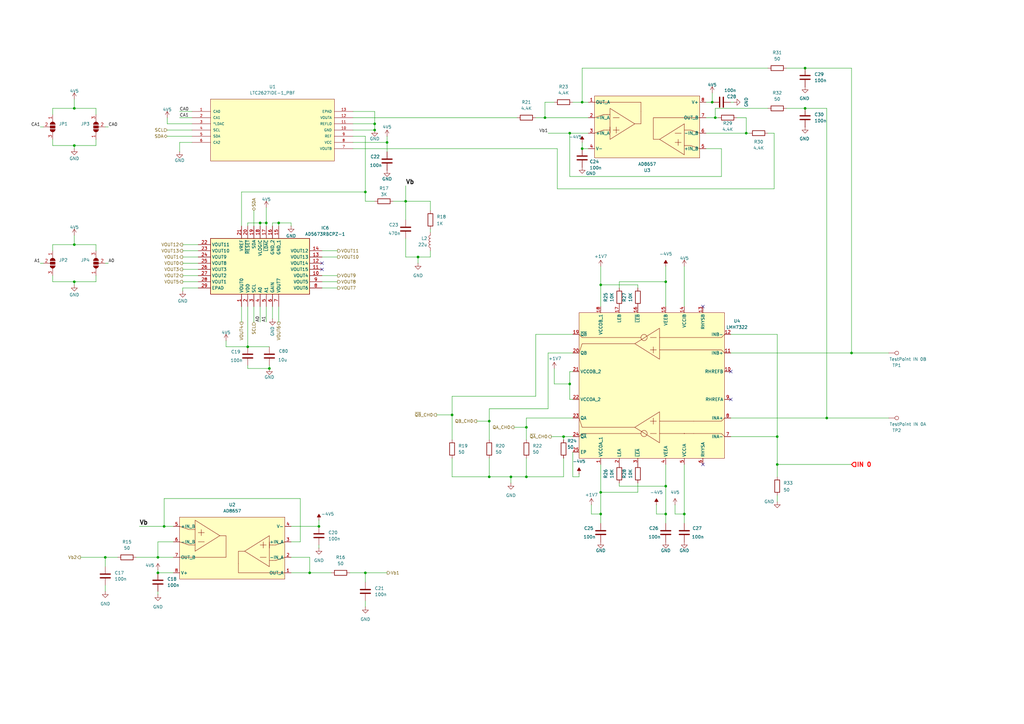
<source format=kicad_sch>
(kicad_sch (version 20231120) (generator "eeschema") (generator_version "8.0")
  (paper "A3")
  (lib_symbols
    (symbol "Connector:TestPoint" (pin_numbers hide) (pin_names (offset 0.762) hide)
      (property "Reference" "TP" (at 0 6.858 0))
      (property "Value" "TestPoint" (at 0 5.08 0))
      (symbol "TestPoint_1_1"
        (pin passive line (at 0 0 90) (length 2.54) (name "1") (number "1"))
      )
    )
    (symbol "Device:C" (pin_numbers hide) (pin_names (offset 0.254))
      (property "Reference" "C" (at 0.635 2.54 0))
      (property "Value" "C" (at 0.635 -2.54 0))
      (symbol "C_1_1"
        (pin passive line (at 0 3.81 270) (length 2.794) (name "~") (number "1"))
        (pin passive line (at 0 -3.81 90) (length 2.794) (name "~") (number "2"))
      )
    )
    (symbol "Device:L" (pin_numbers hide) (pin_names (offset 1.016) hide)
      (property "Reference" "L" (at -1.27 0 90))
      (property "Value" "L" (at 1.905 0 90))
      (symbol "L_1_1"
        (pin passive line (at 0 3.81 270) (length 1.27) (name "1") (number "1"))
        (pin passive line (at 0 -3.81 90) (length 1.27) (name "2") (number "2"))
      )
    )
    (symbol "Device:R" (pin_numbers hide) (pin_names (offset 0))
      (property "Reference" "R" (at 2.032 0 90))
      (property "Value" "R" (at 0 0 90))
      (symbol "R_1_1"
        (pin passive line (at 0 3.81 270) (length 1.27) (name "~") (number "1"))
        (pin passive line (at 0 -3.81 90) (length 1.27) (name "~") (number "2"))
      )
    )
    (symbol "Jumper:SolderJumper_3_Open" (pin_names (offset 0) hide) (exclude_from_sim yes) (in_bom no)
      (property "Reference" "JP" (at -2.54 -2.54 0))
      (property "Value" "SolderJumper_3_Open" (at 0 2.794 0))
      (symbol "SolderJumper_3_Open_1_1"
        (pin passive line (at -5.08 0 0) (length 2.54) (name "A") (number "1"))
        (pin passive line (at 0 -3.81 90) (length 2.54) (name "C") (number "2"))
        (pin passive line (at 5.08 0 180) (length 2.54) (name "B") (number "3"))
      )
    )
    (symbol "LTC2627IDE-1_PBF:LTC2627IDE-1_PBF" (pin_names (offset 1.016))
      (property "Reference" "U" (at 28.2956 9.1186 0))
      (property "Value" "LTC2627IDE-1_PBF" (at 27.6606 6.5786 0))
      (symbol "LTC2627IDE-1_PBF_0_0"
        (pin passive line (at 0 0 0) (length 7.62) (name "CA0") (number "1"))
        (pin power_in line (at 66.04 -7.62 180) (length 7.62) (name "GND") (number "10"))
        (pin passive line (at 66.04 -5.08 180) (length 7.62) (name "REFLO") (number "11"))
        (pin output line (at 66.04 -2.54 180) (length 7.62) (name "VOUTA") (number "12"))
        (pin passive line (at 66.04 0 180) (length 7.62) (name "EPAD") (number "13"))
        (pin passive line (at 0 -2.54 0) (length 7.62) (name "CA1") (number "2"))
        (pin input line (at 0 -5.08 0) (length 7.62) (name "*LDAC") (number "3"))
        (pin input line (at 0 -7.62 0) (length 7.62) (name "SCL") (number "4"))
        (pin bidirectional line (at 0 -10.16 0) (length 7.62) (name "SDA") (number "5"))
        (pin passive line (at 0 -12.7 0) (length 7.62) (name "CA2") (number "6"))
        (pin output line (at 66.04 -15.24 180) (length 7.62) (name "VOUTB") (number "7"))
        (pin power_in line (at 66.04 -12.7 180) (length 7.62) (name "VCC") (number "8"))
        (pin input line (at 66.04 -10.16 180) (length 7.62) (name "REF") (number "9"))
      )
    )
    (symbol "SamacSys_Parts:AD5673RBCPZ-1"
      (property "Reference" "IC" (at 29.21 17.78 0))
      (property "Value" "AD5673RBCPZ-1" (at 29.21 15.24 0))
      (symbol "AD5673RBCPZ-1_1_1"
        (pin output line (at 0 0 0) (length 5.08) (name "VOUT0") (number "1"))
        (pin output line (at 12.7 -33.02 90) (length 5.08) (name "VOUT4") (number "10"))
        (pin output line (at 15.24 -33.02 90) (length 5.08) (name "VOUT15") (number "11"))
        (pin output line (at 17.78 -33.02 90) (length 5.08) (name "VOUT14") (number "12"))
        (pin output line (at 20.32 -33.02 90) (length 5.08) (name "VOUT13") (number "13"))
        (pin passive line (at 22.86 -33.02 90) (length 5.08) (name "VOUT12") (number "14"))
        (pin power_in line (at 33.02 -15.24 180) (length 5.08) (name "GND_1") (number "15"))
        (pin power_in line (at 33.02 -12.7 180) (length 5.08) (name "GND_2") (number "16"))
        (pin input line (at 33.02 -10.16 180) (length 5.08) (name "~{LDAC}") (number "17"))
        (pin power_in line (at 33.02 -7.62 180) (length 5.08) (name "VLOGIC") (number "18"))
        (pin input line (at 33.02 -5.08 180) (length 5.08) (name "SDA") (number "19"))
        (pin power_in line (at 0 -2.54 0) (length 5.08) (name "VDD") (number "2"))
        (pin input line (at 33.02 -2.54 180) (length 5.08) (name "~{RESET}") (number "20"))
        (pin output line (at 33.02 0 180) (length 5.08) (name "VREF") (number "21"))
        (pin output line (at 25.4 17.78 270) (length 5.08) (name "VOUT11") (number "22"))
        (pin output line (at 22.86 17.78 270) (length 5.08) (name "VOUT10") (number "23"))
        (pin output line (at 20.32 17.78 270) (length 5.08) (name "VOUT9") (number "24"))
        (pin output line (at 17.78 17.78 270) (length 5.08) (name "VOUT8") (number "25"))
        (pin output line (at 15.24 17.78 270) (length 5.08) (name "VOUT3") (number "26"))
        (pin output line (at 12.7 17.78 270) (length 5.08) (name "VOUT2") (number "27"))
        (pin output line (at 10.16 17.78 270) (length 5.08) (name "VOUT1") (number "28"))
        (pin passive line (at 7.62 17.78 270) (length 5.08) (name "EPAD") (number "29"))
        (pin input line (at 0 -5.08 0) (length 5.08) (name "SCL") (number "3"))
        (pin input line (at 0 -7.62 0) (length 5.08) (name "A0") (number "4"))
        (pin input line (at 0 -10.16 0) (length 5.08) (name "A1") (number "5"))
        (pin input line (at 0 -12.7 0) (length 5.08) (name "GAIN") (number "6"))
        (pin output line (at 0 -15.24 0) (length 5.08) (name "VOUT7") (number "7"))
        (pin output line (at 7.62 -33.02 90) (length 5.08) (name "VOUT6") (number "8"))
        (pin output line (at 10.16 -33.02 90) (length 5.08) (name "VOUT5") (number "9"))
      )
    )
    (symbol "SolderJumper_3_Open_3" (pin_names (offset 0) hide) (exclude_from_sim yes) (in_bom no)
      (property "Reference" "JP" (at -2.54 -2.54 0))
      (property "Value" "SolderJumper_3_Open" (at 0 2.794 0))
      (symbol "SolderJumper_3_Open_3_1_1"
        (pin passive line (at -5.08 0 0) (length 2.54) (name "A") (number "1"))
        (pin passive line (at 0 -3.81 90) (length 2.54) (name "C") (number "2"))
        (pin passive line (at 5.08 0 180) (length 2.54) (name "B") (number "3"))
      )
    )
    (symbol "power:+1V2" (power) (pin_numbers hide) (pin_names (offset 0) hide)
      (property "Value" "+1V2" (at 0 3.556 0))
      (symbol "+1V2_1_1"
        (pin power_in line (at 0 0 90) (length 0) (name "~") (number "1"))
      )
    )
    (symbol "power:+8V" (power) (pin_numbers hide) (pin_names (offset 0) hide)
      (property "Value" "+8V" (at 0 3.556 0))
      (symbol "+8V_1_1"
        (pin power_in line (at 0 0 90) (length 0) (name "~") (number "1"))
      )
    )
    (symbol "power:-8V" (power) (pin_numbers hide) (pin_names (offset 0) hide)
      (property "Value" "-8V" (at 0 3.556 0))
      (symbol "-8V_0_0"
        (pin power_in line (at 0 0 90) (length 0) (name "~") (number "1"))
      )
    )
    (symbol "power:GND" (power) (pin_numbers hide) (pin_names (offset 0) hide)
      (property "Value" "GND" (at 0 -3.81 0))
      (symbol "GND_1_1"
        (pin power_in line (at 0 0 270) (length 0) (name "~") (number "1"))
      )
    )
    (symbol "prova:AD8657"
      (property "Reference" "U" (at 9.906 3.556 0))
      (property "Value" "AD8657" (at 10.16 5.842 0))
      (symbol "AD8657_1_1"
        (pin output line (at 3.81 30.48 0) (length 2.54) (name "OUT_A") (number "1"))
        (pin input line (at 3.81 24.13 0) (length 2.54) (name "-IN_A") (number "2"))
        (pin input line (at 3.81 17.78 0) (length 2.54) (name "+IN_A") (number "3"))
        (pin input line (at 3.81 11.43 0) (length 2.54) (name "V-") (number "4"))
        (pin input line (at 52.07 11.43 180) (length 2.54) (name "+IN_B") (number "5"))
        (pin input line (at 52.07 17.78 180) (length 2.54) (name "-IN_B") (number "6"))
        (pin input line (at 52.07 24.13 180) (length 2.54) (name "OUT_B") (number "7"))
        (pin input line (at 52.07 30.48 180) (length 2.54) (name "V+") (number "8"))
      )
    )
    (symbol "prova:LMH7322"
      (property "Reference" "U" (at 11.684 8.89 0))
      (property "Value" "LMH7322" (at 20.32 16.51 0))
      (symbol "LMH7322_1_1"
        (pin input line (at -21.59 29.21 0) (length 2.54) (name "VCCOA_1") (number "1"))
        (pin input line (at 16.51 -24.13 90) (length 2.54) (name "RHREFB") (number "10"))
        (pin input line (at 24.13 -24.13 90) (length 2.54) (name "INB+") (number "11"))
        (pin input line (at 31.75 -24.13 90) (length 2.54) (name "INB-") (number "12"))
        (pin input line (at 43.18 -12.7 180) (length 2.54) (name "RHYSB") (number "13"))
        (pin input line (at 43.18 -5.08 180) (length 2.54) (name "VCCIB") (number "14"))
        (pin input line (at 43.18 2.54 180) (length 2.54) (name "VEEB") (number "15"))
        (pin input line (at 43.18 13.97 180) (length 2.54) (name "~{LEB}") (number "16"))
        (pin input line (at 43.18 21.59 180) (length 2.54) (name "LEB") (number "17"))
        (pin input line (at 43.18 29.21 180) (length 2.54) (name "VCCOB_1") (number "18"))
        (pin output line (at 31.75 40.64 270) (length 2.54) (name "~{QB}") (number "19"))
        (pin input line (at -21.59 21.59 0) (length 2.54) (name "LEA") (number "2"))
        (pin output line (at 24.13 40.64 270) (length 2.54) (name "QB") (number "20"))
        (pin input line (at 16.51 40.64 270) (length 2.54) (name "VCCOB_2") (number "21"))
        (pin input line (at 5.08 40.64 270) (length 2.54) (name "VCCOA_2") (number "22"))
        (pin output line (at -2.54 40.64 270) (length 2.54) (name "QA") (number "23"))
        (pin output line (at -10.16 40.64 270) (length 2.54) (name "~{QA}") (number "24"))
        (pin passive line (at -16.51 40.64 270) (length 2.54) (name "EP") (number "25"))
        (pin input line (at -21.59 13.97 0) (length 2.54) (name "~{LEA}") (number "3"))
        (pin input line (at -21.59 2.54 0) (length 2.54) (name "VEEA") (number "4"))
        (pin input line (at -21.59 -5.08 0) (length 2.54) (name "VCCIA") (number "5"))
        (pin input line (at -21.59 -12.7 0) (length 2.54) (name "RHYSA") (number "6"))
        (pin input line (at -10.16 -24.13 90) (length 2.54) (name "INA-") (number "7"))
        (pin input line (at -2.54 -24.13 90) (length 2.54) (name "INA+") (number "8"))
        (pin input line (at 5.08 -24.13 90) (length 2.54) (name "RHREFA") (number "9"))
      )
    )
  )
  (junction (at 67.31 215.9))
  (junction (at 215.9 175.26))
  (junction (at 30.48 44.45))
  (junction (at 349.25 144.78))
  (junction (at 110.49 151.13))
  (junction (at 330.2 27.94))
  (junction (at 233.68 54.61))
  (junction (at 280.67 210.82))
  (junction (at 209.55 195.58))
  (junction (at 43.18 228.6))
  (junction (at 114.3 91.44))
  (junction (at 293.37 48.26))
  (junction (at 318.77 190.5))
  (junction (at 292.1 41.91))
  (junction (at 215.9 195.58))
  (junction (at 166.37 82.55))
  (junction (at 233.68 157.48))
  (junction (at 101.6 142.24))
  (junction (at 273.05 199.39))
  (junction (at 246.38 201.93))
  (junction (at 127 234.95))
  (junction (at 223.52 48.26))
  (junction (at 185.42 170.18))
  (junction (at 238.76 60.96))
  (junction (at 339.09 171.45))
  (junction (at 130.81 215.9))
  (junction (at 246.38 116.84))
  (junction (at 200.66 172.72))
  (junction (at 106.68 91.44))
  (junction (at 30.48 115.57))
  (junction (at 330.2 44.45))
  (junction (at 153.67 50.8))
  (junction (at 30.48 100.33))
  (junction (at 64.77 228.6))
  (junction (at 149.86 234.95))
  (junction (at 64.77 234.95))
  (junction (at 246.38 210.82))
  (junction (at 149.86 78.74))
  (junction (at 153.67 53.34))
  (junction (at 273.05 115.57))
  (junction (at 273.05 210.82))
  (junction (at 109.22 91.44))
  (junction (at 231.14 179.07))
  (junction (at 238.76 41.91))
  (junction (at 30.48 59.69))
  (junction (at 171.45 105.41))
  (junction (at 306.07 54.61))
  (junction (at 158.75 58.42))
  (junction (at 318.77 179.07))
  (junction (at 200.66 195.58))
  (no_connect (at 132.08 110.49))
  (no_connect (at 132.08 107.95))
  (no_connect (at 299.72 152.4))
  (no_connect (at 299.72 163.83))
  (no_connect (at 288.29 190.5))
  (no_connect (at 288.29 125.73))
  (wire (pts (xy 280.67 190.5) (xy 280.67 210.82)))
  (wire (pts (xy 106.68 125.73) (xy 106.68 132.08)))
  (wire (pts (xy 30.48 44.45) (xy 39.37 44.45)))
  (wire (pts (xy 109.22 125.73) (xy 109.22 132.08)))
  (wire (pts (xy 73.66 48.26) (xy 78.74 48.26)))
  (wire (pts (xy 318.77 190.5) (xy 318.77 195.58)))
  (wire (pts (xy 273.05 210.82) (xy 273.05 214.63)))
  (wire (pts (xy 153.67 50.8) (xy 153.67 53.34)))
  (wire (pts (xy 238.76 58.42) (xy 238.76 60.96)))
  (wire (pts (xy 215.9 175.26) (xy 215.9 180.34)))
  (wire (pts (xy 322.58 27.94) (xy 330.2 27.94)))
  (wire (pts (xy 200.66 167.64) (xy 224.79 167.64)))
  (wire (pts (xy 318.77 137.16) (xy 299.72 137.16)))
  (wire (pts (xy 246.38 210.82) (xy 242.57 210.82)))
  (wire (pts (xy 158.75 55.88) (xy 158.75 58.42)))
  (wire (pts (xy 241.3 60.96) (xy 238.76 60.96)))
  (wire (pts (xy 101.6 151.13) (xy 110.49 151.13)))
  (wire (pts (xy 176.53 82.55) (xy 176.53 86.36)))
  (wire (pts (xy 101.6 91.44) (xy 106.68 91.44)))
  (wire (pts (xy 176.53 105.41) (xy 171.45 105.41)))
  (wire (pts (xy 153.67 45.72) (xy 153.67 50.8)))
  (wire (pts (xy 111.76 125.73) (xy 111.76 130.81)))
  (wire (pts (xy 289.56 54.61) (xy 306.07 54.61)))
  (wire (pts (xy 273.05 115.57) (xy 273.05 125.73)))
  (wire (pts (xy 123.19 204.47) (xy 67.31 204.47)))
  (wire (pts (xy 215.9 175.26) (xy 210.82 175.26)))
  (wire (pts (xy 149.86 55.88) (xy 149.86 78.74)))
  (wire (pts (xy 74.93 110.49) (xy 81.28 110.49)))
  (wire (pts (xy 273.05 199.39) (xy 273.05 210.82)))
  (wire (pts (xy 104.14 125.73) (xy 104.14 132.08)))
  (wire (pts (xy 228.6 60.96) (xy 228.6 77.47)))
  (wire (pts (xy 64.77 222.25) (xy 64.77 228.6)))
  (wire (pts (xy 254 115.57) (xy 254 118.11)))
  (wire (pts (xy 223.52 48.26) (xy 241.3 48.26)))
  (wire (pts (xy 246.38 116.84) (xy 246.38 125.73)))
  (wire (pts (xy 149.86 78.74) (xy 149.86 82.55)))
  (wire (pts (xy 44.45 52.07) (xy 43.18 52.07)))
  (wire (pts (xy 110.49 149.86) (xy 110.49 151.13)))
  (wire (pts (xy 149.86 234.95) (xy 149.86 238.76)))
  (wire (pts (xy 209.55 195.58) (xy 215.9 195.58)))
  (wire (pts (xy 179.07 170.18) (xy 185.42 170.18)))
  (wire (pts (xy 234.95 195.58) (xy 237.49 195.58)))
  (wire (pts (xy 299.72 179.07) (xy 318.77 179.07)))
  (wire (pts (xy 306.07 48.26) (xy 306.07 54.61)))
  (wire (pts (xy 21.59 44.45) (xy 30.48 44.45)))
  (wire (pts (xy 149.86 55.88) (xy 144.78 55.88)))
  (wire (pts (xy 293.37 44.45) (xy 314.96 44.45)))
  (wire (pts (xy 227.33 157.48) (xy 233.68 157.48)))
  (wire (pts (xy 185.42 162.56) (xy 185.42 170.18)))
  (wire (pts (xy 318.77 203.2) (xy 318.77 205.74)))
  (wire (pts (xy 242.57 210.82) (xy 242.57 207.01)))
  (wire (pts (xy 68.58 50.8) (xy 78.74 50.8)))
  (wire (pts (xy 43.18 240.03) (xy 43.18 242.57)))
  (wire (pts (xy 74.93 113.03) (xy 81.28 113.03)))
  (wire (pts (xy 293.37 48.26) (xy 293.37 44.45)))
  (wire (pts (xy 246.38 109.22) (xy 246.38 116.84)))
  (wire (pts (xy 149.86 234.95) (xy 158.75 234.95)))
  (wire (pts (xy 144.78 58.42) (xy 158.75 58.42)))
  (wire (pts (xy 293.37 48.26) (xy 294.64 48.26)))
  (wire (pts (xy 101.6 142.24) (xy 110.49 142.24)))
  (wire (pts (xy 224.79 144.78) (xy 234.95 144.78)))
  (wire (pts (xy 127 228.6) (xy 127 234.95)))
  (wire (pts (xy 238.76 27.94) (xy 238.76 41.91)))
  (wire (pts (xy 114.3 132.08) (xy 114.3 125.73)))
  (wire (pts (xy 21.59 59.69) (xy 30.48 59.69)))
  (wire (pts (xy 74.93 118.11) (xy 74.93 119.38)))
  (wire (pts (xy 215.9 187.96) (xy 215.9 195.58)))
  (wire (pts (xy 295.91 72.39) (xy 233.68 72.39)))
  (wire (pts (xy 119.38 222.25) (xy 123.19 222.25)))
  (wire (pts (xy 273.05 109.22) (xy 273.05 115.57)))
  (wire (pts (xy 166.37 82.55) (xy 176.53 82.55)))
  (wire (pts (xy 349.25 144.78) (xy 299.72 144.78)))
  (wire (pts (xy 99.06 78.74) (xy 99.06 92.71)))
  (wire (pts (xy 209.55 195.58) (xy 209.55 198.12)))
  (wire (pts (xy 200.66 167.64) (xy 200.66 172.72)))
  (wire (pts (xy 21.59 44.45) (xy 21.59 46.99)))
  (wire (pts (xy 234.95 163.83) (xy 233.68 163.83)))
  (wire (pts (xy 130.81 223.52) (xy 130.81 224.79)))
  (wire (pts (xy 73.66 58.42) (xy 78.74 58.42)))
  (wire (pts (xy 280.67 109.22) (xy 280.67 125.73)))
  (wire (pts (xy 64.77 234.95) (xy 71.12 234.95)))
  (wire (pts (xy 234.95 185.42) (xy 234.95 195.58)))
  (wire (pts (xy 114.3 91.44) (xy 119.38 91.44)))
  (wire (pts (xy 39.37 113.03) (xy 39.37 115.57)))
  (wire (pts (xy 166.37 97.79) (xy 166.37 105.41)))
  (wire (pts (xy 39.37 46.99) (xy 39.37 44.45)))
  (wire (pts (xy 135.89 234.95) (xy 127 234.95)))
  (wire (pts (xy 21.59 100.33) (xy 30.48 100.33)))
  (wire (pts (xy 246.38 210.82) (xy 246.38 214.63)))
  (wire (pts (xy 233.68 157.48) (xy 233.68 152.4)))
  (wire (pts (xy 224.79 54.61) (xy 233.68 54.61)))
  (wire (pts (xy 101.6 142.24) (xy 92.71 142.24)))
  (wire (pts (xy 30.48 115.57) (xy 30.48 116.84)))
  (wire (pts (xy 16.51 52.07) (xy 17.78 52.07)))
  (wire (pts (xy 306.07 54.61) (xy 307.34 54.61)))
  (wire (pts (xy 71.12 222.25) (xy 64.77 222.25)))
  (wire (pts (xy 143.51 234.95) (xy 149.86 234.95)))
  (wire (pts (xy 185.42 187.96) (xy 185.42 195.58)))
  (wire (pts (xy 233.68 152.4) (xy 234.95 152.4)))
  (wire (pts (xy 67.31 204.47) (xy 67.31 215.9)))
  (wire (pts (xy 318.77 179.07) (xy 318.77 137.16)))
  (wire (pts (xy 339.09 44.45) (xy 339.09 171.45)))
  (wire (pts (xy 30.48 96.52) (xy 30.48 100.33)))
  (wire (pts (xy 215.9 195.58) (xy 231.14 195.58)))
  (wire (pts (xy 30.48 59.69) (xy 30.48 60.96)))
  (wire (pts (xy 171.45 105.41) (xy 171.45 107.95)))
  (wire (pts (xy 246.38 190.5) (xy 246.38 201.93)))
  (wire (pts (xy 64.77 242.57) (xy 64.77 243.84)))
  (wire (pts (xy 289.56 48.26) (xy 293.37 48.26)))
  (wire (pts (xy 99.06 132.08) (xy 99.06 125.73)))
  (wire (pts (xy 132.08 102.87) (xy 138.43 102.87)))
  (wire (pts (xy 185.42 162.56) (xy 219.71 162.56)))
  (wire (pts (xy 109.22 92.71) (xy 109.22 91.44)))
  (wire (pts (xy 130.81 213.36) (xy 130.81 215.9)))
  (wire (pts (xy 99.06 78.74) (xy 149.86 78.74)))
  (wire (pts (xy 322.58 44.45) (xy 330.2 44.45)))
  (wire (pts (xy 233.68 72.39) (xy 233.68 54.61)))
  (wire (pts (xy 119.38 92.71) (xy 119.38 91.44)))
  (wire (pts (xy 132.08 115.57) (xy 138.43 115.57)))
  (wire (pts (xy 30.48 100.33) (xy 39.37 100.33)))
  (wire (pts (xy 158.75 58.42) (xy 158.75 62.23)))
  (wire (pts (xy 33.02 228.6) (xy 43.18 228.6)))
  (wire (pts (xy 289.56 60.96) (xy 295.91 60.96)))
  (wire (pts (xy 111.76 91.44) (xy 111.76 92.71)))
  (wire (pts (xy 231.14 179.07) (xy 234.95 179.07)))
  (wire (pts (xy 43.18 228.6) (xy 48.26 228.6)))
  (wire (pts (xy 185.42 195.58) (xy 200.66 195.58)))
  (wire (pts (xy 273.05 190.5) (xy 273.05 199.39)))
  (wire (pts (xy 119.38 228.6) (xy 127 228.6)))
  (wire (pts (xy 119.38 215.9) (xy 130.81 215.9)))
  (wire (pts (xy 74.93 107.95) (xy 81.28 107.95)))
  (wire (pts (xy 92.71 139.7) (xy 92.71 142.24)))
  (wire (pts (xy 43.18 228.6) (xy 43.18 232.41)))
  (wire (pts (xy 149.86 246.38) (xy 149.86 248.92)))
  (wire (pts (xy 318.77 190.5) (xy 349.25 190.5)))
  (wire (pts (xy 68.58 53.34) (xy 78.74 53.34)))
  (wire (pts (xy 106.68 91.44) (xy 106.68 92.71)))
  (wire (pts (xy 119.38 234.95) (xy 127 234.95)))
  (wire (pts (xy 231.14 179.07) (xy 231.14 180.34)))
  (wire (pts (xy 234.95 41.91) (xy 238.76 41.91)))
  (wire (pts (xy 132.08 105.41) (xy 138.43 105.41)))
  (wire (pts (xy 339.09 44.45) (xy 330.2 44.45)))
  (wire (pts (xy 16.51 107.95) (xy 17.78 107.95)))
  (wire (pts (xy 317.5 77.47) (xy 317.5 54.61)))
  (wire (pts (xy 302.26 48.26) (xy 306.07 48.26)))
  (wire (pts (xy 339.09 171.45) (xy 364.49 171.45)))
  (wire (pts (xy 39.37 57.15) (xy 39.37 59.69)))
  (wire (pts (xy 132.08 113.03) (xy 138.43 113.03)))
  (wire (pts (xy 299.72 41.91) (xy 300.99 41.91)))
  (wire (pts (xy 101.6 151.13) (xy 101.6 149.86)))
  (wire (pts (xy 261.62 116.84) (xy 246.38 116.84)))
  (wire (pts (xy 237.49 194.31) (xy 237.49 195.58)))
  (wire (pts (xy 231.14 187.96) (xy 231.14 195.58)))
  (wire (pts (xy 234.95 171.45) (xy 215.9 171.45)))
  (wire (pts (xy 219.71 48.26) (xy 223.52 48.26)))
  (wire (pts (xy 68.58 48.26) (xy 68.58 50.8)))
  (wire (pts (xy 292.1 41.91) (xy 292.1 38.1)))
  (wire (pts (xy 55.88 228.6) (xy 64.77 228.6)))
  (wire (pts (xy 176.53 93.98) (xy 176.53 95.25)))
  (wire (pts (xy 30.48 59.69) (xy 39.37 59.69)))
  (wire (pts (xy 314.96 54.61) (xy 317.5 54.61)))
  (wire (pts (xy 185.42 170.18) (xy 185.42 180.34)))
  (wire (pts (xy 30.48 40.64) (xy 30.48 44.45)))
  (wire (pts (xy 200.66 187.96) (xy 200.66 195.58)))
  (wire (pts (xy 21.59 57.15) (xy 21.59 59.69)))
  (wire (pts (xy 295.91 60.96) (xy 295.91 72.39)))
  (wire (pts (xy 166.37 82.55) (xy 166.37 90.17)))
  (wire (pts (xy 200.66 172.72) (xy 200.66 180.34)))
  (wire (pts (xy 223.52 41.91) (xy 227.33 41.91)))
  (wire (pts (xy 219.71 162.56) (xy 219.71 137.16)))
  (wire (pts (xy 21.59 115.57) (xy 30.48 115.57)))
  (wire (pts (xy 261.62 201.93) (xy 246.38 201.93)))
  (wire (pts (xy 289.56 41.91) (xy 292.1 41.91)))
  (wire (pts (xy 68.58 55.88) (xy 78.74 55.88)))
  (wire (pts (xy 111.76 91.44) (xy 114.3 91.44)))
  (wire (pts (xy 269.24 207.01) (xy 269.24 210.82)))
  (wire (pts (xy 73.66 45.72) (xy 78.74 45.72)))
  (wire (pts (xy 166.37 76.2) (xy 166.37 82.55)))
  (wire (pts (xy 74.93 105.41) (xy 81.28 105.41)))
  (wire (pts (xy 149.86 82.55) (xy 153.67 82.55)))
  (wire (pts (xy 233.68 54.61) (xy 241.3 54.61)))
  (wire (pts (xy 246.38 201.93) (xy 246.38 210.82)))
  (wire (pts (xy 280.67 210.82) (xy 280.67 214.63)))
  (wire (pts (xy 200.66 195.58) (xy 209.55 195.58)))
  (wire (pts (xy 114.3 91.44) (xy 114.3 92.71)))
  (wire (pts (xy 123.19 222.25) (xy 123.19 204.47)))
  (wire (pts (xy 254 115.57) (xy 273.05 115.57)))
  (wire (pts (xy 74.93 118.11) (xy 81.28 118.11)))
  (wire (pts (xy 280.67 210.82) (xy 276.86 210.82)))
  (wire (pts (xy 254 199.39) (xy 273.05 199.39)))
  (wire (pts (xy 64.77 228.6) (xy 71.12 228.6)))
  (wire (pts (xy 67.31 215.9) (xy 71.12 215.9)))
  (wire (pts (xy 166.37 105.41) (xy 171.45 105.41)))
  (wire (pts (xy 349.25 144.78) (xy 364.49 144.78)))
  (wire (pts (xy 64.77 233.68) (xy 64.77 234.95)))
  (wire (pts (xy 227.33 151.13) (xy 227.33 157.48)))
  (wire (pts (xy 339.09 171.45) (xy 299.72 171.45)))
  (wire (pts (xy 144.78 50.8) (xy 153.67 50.8)))
  (wire (pts (xy 57.15 215.9) (xy 67.31 215.9)))
  (wire (pts (xy 233.68 163.83) (xy 233.68 157.48)))
  (wire (pts (xy 104.14 86.36) (xy 104.14 92.71)))
  (wire (pts (xy 219.71 137.16) (xy 234.95 137.16)))
  (wire (pts (xy 273.05 210.82) (xy 269.24 210.82)))
  (wire (pts (xy 74.93 115.57) (xy 81.28 115.57)))
  (wire (pts (xy 73.66 58.42) (xy 73.66 62.23)))
  (wire (pts (xy 261.62 198.12) (xy 261.62 201.93)))
  (wire (pts (xy 144.78 48.26) (xy 212.09 48.26)))
  (wire (pts (xy 254 198.12) (xy 254 199.39)))
  (wire (pts (xy 176.53 102.87) (xy 176.53 105.41)))
  (wire (pts (xy 101.6 91.44) (xy 101.6 92.71)))
  (wire (pts (xy 318.77 179.07) (xy 318.77 190.5)))
  (wire (pts (xy 195.58 172.72) (xy 200.66 172.72)))
  (wire (pts (xy 161.29 82.55) (xy 166.37 82.55)))
  (wire (pts (xy 144.78 60.96) (xy 228.6 60.96)))
  (wire (pts (xy 223.52 48.26) (xy 223.52 41.91)))
  (wire (pts (xy 349.25 27.94) (xy 349.25 144.78)))
  (wire (pts (xy 39.37 102.87) (xy 39.37 100.33)))
  (wire (pts (xy 215.9 171.45) (xy 215.9 175.26)))
  (wire (pts (xy 132.08 118.11) (xy 138.43 118.11)))
  (wire (pts (xy 238.76 41.91) (xy 241.3 41.91)))
  (wire (pts (xy 21.59 113.03) (xy 21.59 115.57)))
  (wire (pts (xy 144.78 45.72) (xy 153.67 45.72)))
  (wire (pts (xy 238.76 27.94) (xy 314.96 27.94)))
  (wire (pts (xy 106.68 91.44) (xy 109.22 91.44)))
  (wire (pts (xy 30.48 115.57) (xy 39.37 115.57)))
  (wire (pts (xy 109.22 85.09) (xy 109.22 91.44)))
  (wire (pts (xy 44.45 107.95) (xy 43.18 107.95)))
  (wire (pts (xy 261.62 118.11) (xy 261.62 116.84)))
  (wire (pts (xy 144.78 53.34) (xy 153.67 53.34)))
  (wire (pts (xy 226.06 179.07) (xy 231.14 179.07)))
  (wire (pts (xy 101.6 125.73) (xy 101.6 142.24)))
  (wire (pts (xy 74.93 102.87) (xy 81.28 102.87)))
  (wire (pts (xy 228.6 77.47) (xy 317.5 77.47)))
  (wire (pts (xy 74.93 100.33) (xy 81.28 100.33)))
  (wire (pts (xy 276.86 207.01) (xy 276.86 210.82)))
  (wire (pts (xy 224.79 167.64) (xy 224.79 144.78)))
  (wire (pts (xy 349.25 27.94) (xy 330.2 27.94)))
  (wire (pts (xy 21.59 100.33) (xy 21.59 102.87)))
  (label "A1" (at 109.22 132.08 90))
  (label "CA0" (at 44.45 52.07 0))
  (label "CA0" (at 73.66 45.72 0))
  (label "A0" (at 106.68 132.08 90))
  (label "CA1" (at 16.51 52.07 180))
  (label "A1" (at 16.51 107.95 180))
  (label "Vb1" (at 224.79 54.61 180))
  (label "CA1" (at 73.66 48.26 0))
  (label "Vb" (at 166.37 76.2 0) (effects (font (size 1.778 1.778) (thickness 0.3556) (bold yes))))
  (label "A0" (at 44.45 107.95 0))
  (label "Vb" (at 57.15 215.9 0) (effects (font (size 1.778 1.778) (thickness 0.3556) (bold yes))))
  (hierarchical_label "VOUT11" (shape output) (at 138.43 102.87 0))
  (hierarchical_label "Vb2" (shape output) (at 33.02 228.6 180))
  (hierarchical_label "VOUT5" (shape output) (at 74.93 115.57 180))
  (hierarchical_label "IN 0" (shape input) (at 349.25 190.5 0) (effects (font (size 1.778 1.778) (thickness 0.3556) (bold yes))))
  (hierarchical_label "~{QA}_CH0" (shape output) (at 226.06 179.07 180))
  (hierarchical_label "VOUT6" (shape output) (at 114.3 132.08 270))
  (hierarchical_label "SCL" (shape input) (at 104.14 132.08 270) (effects (font (thickness 0.1588))))
  (hierarchical_label "VOUT12" (shape output) (at 74.93 100.33 180))
  (hierarchical_label "Vb1" (shape output) (at 158.75 234.95 0))
  (hierarchical_label "SCL" (shape input) (at 68.58 53.34 180))
  (hierarchical_label "VOUT9" (shape output) (at 138.43 113.03 0))
  (hierarchical_label "VOUT4" (shape output) (at 99.06 132.08 270))
  (hierarchical_label "VOUT8" (shape output) (at 138.43 115.57 0))
  (hierarchical_label "VOUT13" (shape output) (at 74.93 102.87 180))
  (hierarchical_label "VOUT0" (shape output) (at 74.93 107.95 180))
  (hierarchical_label "VOUT7" (shape output) (at 138.43 118.11 0))
  (hierarchical_label "QB_CH0" (shape output) (at 195.58 172.72 180))
  (hierarchical_label "SDA" (shape bidirectional) (at 68.58 55.88 180))
  (hierarchical_label "VOUT3" (shape output) (at 74.93 110.49 180))
  (hierarchical_label "VOUT1" (shape output) (at 74.93 105.41 180))
  (hierarchical_label "SDA" (shape bidirectional) (at 104.14 86.36 90) (effects (font (thickness 0.1588))))
  (hierarchical_label "VOUT2" (shape output) (at 74.93 113.03 180))
  (hierarchical_label "~{QB}_CH0" (shape output) (at 179.07 170.18 180))
  (hierarchical_label "VOUT10" (shape output) (at 138.43 105.41 0))
  (hierarchical_label "QA_CH0" (shape output) (at 210.82 175.26 180))
  (symbol (lib_id "power:+8V") (at 292.1 38.1 0) (unit 1)
    (property "Reference" "#PWR062" (effects (hide yes)))
    (property "Value" "4V5" (at 292.1 34.798 0))
    (property "Description" "Power symbol creates a global label with name \"+8V\"" (effects (hide yes)))
  )
  (symbol (lib_id "Device:R") (at 254 194.31 180) (unit 1)
    (property "Reference" "R26" (at 248.412 194.31 90))
    (property "Value" "10K" (at 250.952 194.31 90))
    (property "Footprint" "Resistor_SMD:R_0603_1608Metric_Pad0.98x0.95mm_HandSolder" (effects (hide yes)))
    (property "Description" "Resistor" (effects (hide yes)))
  )
  (symbol (lib_id "power:+8V") (at 30.48 96.52 0) (unit 1)
    (property "Reference" "#PWR029" (effects (hide yes)))
    (property "Value" "4V5" (at 30.48 93.218 0))
    (property "Description" "Power symbol creates a global label with name \"+8V\"" (effects (hide yes)))
  )
  (symbol (lib_id "Device:R") (at 157.48 82.55 90) (unit 1)
    (property "Reference" "R17" (at 157.48 77.216 90))
    (property "Value" "3K" (at 157.48 79.756 90))
    (property "Footprint" "Resistor_SMD:R_0603_1608Metric_Pad0.98x0.95mm_HandSolder" (effects (hide yes)))
    (property "Description" "Resistor" (effects (hide yes)))
  )
  (symbol (lib_id "power:GND") (at 30.48 60.96 0) (unit 1)
    (property "Reference" "#PWR028" (effects (hide yes)))
    (property "Value" "GND" (at 30.48 65.024 0))
    (property "Description" "Power symbol creates a global label with name \"GND\" , ground" (effects (hide yes)))
  )
  (symbol (lib_id "Device:R") (at 318.77 199.39 180) (unit 1)
    (property "Reference" "R33" (at 321.31 198.1199 0) (effects (justify right)))
    (property "Value" "50" (at 321.31 200.914 0) (effects (justify right)))
    (property "Footprint" "Resistor_SMD:R_0603_1608Metric_Pad0.98x0.95mm_HandSolder" (effects (hide yes)))
    (property "Description" "Resistor" (effects (hide yes)))
  )
  (symbol (lib_id "power:GND") (at 73.66 62.23 0) (unit 1)
    (property "Reference" "#PWR035" (effects (hide yes)))
    (property "Value" "GND" (at 73.66 65.786 0))
    (property "Description" "Power symbol creates a global label with name \"GND\" , ground" (effects (hide yes)))
  )
  (symbol (lib_id "power:GND") (at 64.77 243.84 0) (unit 1)
    (property "Reference" "#PWR033" (effects (hide yes)))
    (property "Value" "GND" (at 64.77 248.92 0))
    (property "Description" "Power symbol creates a global label with name \"GND\" , ground" (effects (hide yes)))
  )
  (symbol (lib_id "Device:C") (at 330.2 48.26 0) (unit 1)
    (property "Reference" "C30" (at 334.01 46.9899 0) (effects (justify left)))
    (property "Value" "100n" (at 334.01 49.5299 0) (effects (justify left)))
    (property "Footprint" "Capacitor_SMD:C_0603_1608Metric_Pad1.08x0.95mm_HandSolder" (effects (hide yes)))
    (property "Description" "Unpolarized capacitor" (effects (hide yes)))
  )
  (symbol (lib_id "Jumper:SolderJumper_3_Open") (at 21.59 107.95 270) (unit 1) (exclude_from_sim yes) (in_bom no)
    (property "Reference" "JP2" (at 24.13 106.6799 90) (effects (justify left)))
    (property "Value" "SolderJumper_3_Open" (effects (hide yes)))
    (property "Footprint" "Jumper:SolderJumper-3_P1.3mm_Open_RoundedPad1.0x1.5mm_NumberLabels" (effects (hide yes)))
    (property "Description" "Solder Jumper, 3-pole, open" (effects (hide yes)))
  )
  (symbol (lib_id "power:GND") (at 300.99 41.91 90) (unit 1)
    (property "Reference" "#PWR063" (effects (hide yes)))
    (property "Value" "GND" (at 306.07 41.91 0))
    (property "Description" "Power symbol creates a global label with name \"GND\" , ground" (effects (hide yes)))
  )
  (symbol (lib_id "power:+8V") (at 68.58 48.26 0) (unit 1)
    (property "Reference" "#PWR034" (effects (hide yes)))
    (property "Value" "4V5" (at 68.58 44.958 0))
    (property "Description" "Power symbol creates a global label with name \"+8V\"" (effects (hide yes)))
  )
  (symbol (lib_id "power:GND") (at 171.45 107.95 0) (unit 1)
    (property "Reference" "#PWR048" (effects (hide yes)))
    (property "Value" "GND" (at 171.45 113.03 0))
    (property "Description" "Power symbol creates a global label with name \"GND\" , ground" (effects (hide yes)))
  )
  (symbol (lib_id "power:GND") (at 74.93 119.38 0) (unit 1)
    (property "Reference" "#PWR036" (effects (hide yes)))
    (property "Value" "GND" (at 74.93 123.444 0))
    (property "Description" "Power symbol creates a global label with name \"GND\" , ground" (effects (hide yes)))
  )
  (symbol (lib_id "power:-8V") (at 269.24 207.01 0) (unit 1)
    (property "Reference" "#PWR056" (effects (hide yes)))
    (property "Value" "-4V5" (at 269.24 201.93 0))
    (property "Description" "Power symbol creates a global label with name \"-8V\"" (effects (hide yes)))
  )
  (symbol (lib_id "power:+1V2") (at 246.38 109.22 0) (unit 1)
    (property "Reference" "#PWR054" (effects (hide yes)))
    (property "Value" "+1V7" (at 246.38 105.156 0))
    (property "Description" "Power symbol creates a global label with name \"+1V2\"" (effects (hide yes)))
  )
  (symbol (lib_id "Device:R") (at 311.15 54.61 90) (unit 1)
    (property "Reference" "R30" (at 311.15 58.166 90))
    (property "Value" "4.4K" (at 311.15 60.706 90))
    (property "Footprint" "Resistor_SMD:R_0603_1608Metric_Pad0.98x0.95mm_HandSolder" (effects (hide yes)))
    (property "Description" "Resistor" (effects (hide yes)))
  )
  (symbol (lib_id "power:GND") (at 330.2 35.56 0) (unit 1)
    (property "Reference" "#PWR065" (effects (hide yes)))
    (property "Value" "GND" (at 329.946 40.386 0))
    (property "Description" "Power symbol creates a global label with name \"GND\" , ground" (effects (hide yes)))
  )
  (symbol (lib_id "power:GND") (at 130.81 224.79 0) (unit 1)
    (property "Reference" "#PWR043" (effects (hide yes)))
    (property "Value" "GND" (at 130.81 229.87 0))
    (property "Description" "Power symbol creates a global label with name \"GND\" , ground" (effects (hide yes)))
  )
  (symbol (lib_id "Device:R") (at 261.62 121.92 180) (unit 1)
    (property "Reference" "R27" (at 256.032 121.92 90))
    (property "Value" "10K" (at 258.572 121.92 90))
    (property "Footprint" "Resistor_SMD:R_0603_1608Metric_Pad0.98x0.95mm_HandSolder" (effects (hide yes)))
    (property "Description" "Resistor" (effects (hide yes)))
  )
  (symbol (lib_id "Device:R") (at 52.07 228.6 90) (unit 1)
    (property "Reference" "R15" (at 52.07 222.25 90))
    (property "Value" "50" (at 52.07 224.79 90))
    (property "Footprint" "Resistor_SMD:R_0603_1608Metric_Pad0.98x0.95mm_HandSolder" (effects (hide yes)))
    (property "Description" "Resistor" (effects (hide yes)))
  )
  (symbol (lib_id "Device:C") (at 166.37 93.98 0) (unit 1)
    (property "Reference" "C23" (at 159.512 92.202 0) (effects (justify left)))
    (property "Value" "470n" (at 159.258 95.758 0) (effects (justify left)))
    (property "Footprint" "Capacitor_SMD:C_0603_1608Metric_Pad1.08x0.95mm_HandSolder" (effects (hide yes)))
    (property "Description" "Unpolarized capacitor" (effects (hide yes)))
  )
  (symbol (lib_id "power:GND") (at 119.38 92.71 0) (unit 1)
    (property "Reference" "#PWR041" (effects (hide yes)))
    (property "Value" "GND" (at 119.38 96.774 0))
    (property "Description" "Power symbol creates a global label with name \"GND\" , ground" (effects (hide yes)))
  )
  (symbol (lib_id "power:GND") (at 110.49 151.13 0) (unit 1)
    (property "Reference" "#PWR038" (effects (hide yes)))
    (property "Value" "GND" (at 110.49 154.686 0))
    (property "Description" "Power symbol creates a global label with name \"GND\" , ground" (effects (hide yes)))
  )
  (symbol (lib_id "power:+8V") (at 30.48 40.64 0) (unit 1)
    (property "Reference" "#PWR027" (effects (hide yes)))
    (property "Value" "4V5" (at 30.48 37.338 0))
    (property "Description" "Power symbol creates a global label with name \"+8V\"" (effects (hide yes)))
  )
  (symbol (lib_id "power:+8V") (at 158.75 55.88 0) (unit 1)
    (property "Reference" "#PWR046" (effects (hide yes)))
    (property "Value" "4V5" (at 158.75 52.07 0))
    (property "Description" "Power symbol creates a global label with name \"+8V\"" (effects (hide yes)))
  )
  (symbol (lib_id "Device:C") (at 101.6 146.05 0) (unit 1)
    (property "Reference" "C19" (at 94.742 144.272 0) (effects (justify left)))
    (property "Value" "100n" (at 94.488 147.828 0) (effects (justify left)))
    (property "Footprint" "Capacitor_SMD:C_0603_1608Metric_Pad1.08x0.95mm_HandSolder" (effects (hide yes)))
    (property "Description" "Unpolarized capacitor" (effects (hide yes)))
  )
  (symbol (lib_id "Device:R") (at 318.77 44.45 90) (unit 1)
    (property "Reference" "R32" (at 318.77 38.1 90))
    (property "Value" "50" (at 318.77 40.64 90))
    (property "Footprint" "Resistor_SMD:R_0603_1608Metric_Pad0.98x0.95mm_HandSolder" (effects (hide yes)))
    (property "Description" "Resistor" (effects (hide yes)))
  )
  (symbol (lib_id "Device:R") (at 231.14 41.91 90) (unit 1)
    (property "Reference" "R23" (at 231.14 35.56 90))
    (property "Value" "4.4K" (at 231.14 38.1 90))
    (property "Footprint" "Resistor_SMD:R_0603_1608Metric_Pad0.98x0.95mm_HandSolder" (effects (hide yes)))
    (property "Description" "Resistor" (effects (hide yes)))
  )
  (symbol (lib_id "Device:R") (at 261.62 194.31 180) (unit 1)
    (property "Reference" "R28" (at 256.032 194.31 90))
    (property "Value" "10K" (at 258.572 194.31 90))
    (property "Footprint" "Resistor_SMD:R_0603_1608Metric_Pad0.98x0.95mm_HandSolder" (effects (hide yes)))
    (property "Description" "Resistor" (effects (hide yes)))
  )
  (symbol (lib_id "power:-8V") (at 238.76 58.42 0) (unit 1)
    (property "Reference" "#PWR051" (effects (hide yes)))
    (property "Value" "-4V5" (at 235.966 56.134 0))
    (property "Description" "Power symbol creates a global label with name \"-8V\"" (effects (hide yes)))
  )
  (symbol (lib_id "Device:C") (at 64.77 238.76 0) (unit 1)
    (property "Reference" "C18" (at 68.58 237.4899 0) (effects (justify left)))
    (property "Value" "100n" (at 68.58 240.0299 0) (effects (justify left)))
    (property "Footprint" "Capacitor_SMD:C_0603_1608Metric_Pad1.08x0.95mm_HandSolder" (effects (hide yes)))
    (property "Description" "Unpolarized capacitor" (effects (hide yes)))
  )
  (symbol (lib_id "prova:AD8657") (at 123.19 204.47 180) (unit 1)
    (property "Reference" "U2" (at 95.25 207.01 0))
    (property "Value" "AD8657" (at 95.25 209.55 0))
    (property "Footprint" "SamacSys_Parts:SOP65P490X110-8N" (effects (hide yes)))
  )
  (symbol (lib_id "power:-8V") (at 273.05 109.22 0) (unit 1)
    (property "Reference" "#PWR057" (effects (hide yes)))
    (property "Value" "-4V5" (at 273.05 104.14 0))
    (property "Description" "Power symbol creates a global label with name \"-8V\"" (effects (hide yes)))
  )
  (symbol (lib_name "SolderJumper_3_Open_3") (lib_id "Jumper:SolderJumper_3_Open") (at 39.37 52.07 90) (unit 1) (exclude_from_sim yes) (in_bom no)
    (property "Reference" "JP3" (at 36.83 50.7999 90) (effects (justify left)))
    (property "Value" "SolderJumper_3_Open" (effects (hide yes)))
    (property "Footprint" "Jumper:SolderJumper-3_P1.3mm_Open_RoundedPad1.0x1.5mm_NumberLabels" (effects (hide yes)))
    (property "Description" "Solder Jumper, 3-pole, open" (effects (hide yes)))
  )
  (symbol (lib_id "power:GND") (at 330.2 52.07 0) (unit 1)
    (property "Reference" "#PWR066" (effects (hide yes)))
    (property "Value" "GND" (at 329.946 56.896 0))
    (property "Description" "Power symbol creates a global label with name \"GND\" , ground" (effects (hide yes)))
  )
  (symbol (lib_id "Device:R") (at 185.42 184.15 0) (unit 1)
    (property "Reference" "R19" (at 187.96 182.8799 0) (effects (justify left)))
    (property "Value" "50" (at 187.96 185.4199 0) (effects (justify left)))
    (property "Footprint" "Resistor_SMD:R_0603_1608Metric_Pad0.98x0.95mm_HandSolder" (effects (hide yes)))
    (property "Description" "Resistor" (effects (hide yes)))
  )
  (symbol (lib_id "power:GND") (at 280.67 222.25 0) (unit 1)
    (property "Reference" "#PWR061" (effects (hide yes)))
    (property "Value" "GND" (at 280.67 225.806 0))
    (property "Description" "Power symbol creates a global label with name \"GND\" , ground" (effects (hide yes)))
  )
  (symbol (lib_id "power:-8V") (at 237.49 194.31 0) (unit 1)
    (property "Reference" "#PWR012" (effects (hide yes)))
    (property "Value" "-4V5" (at 237.49 189.23 0))
    (property "Description" "Power symbol creates a global label with name \"-8V\"" (effects (hide yes)))
  )
  (symbol (lib_id "Device:C") (at 295.91 41.91 90) (unit 1)
    (property "Reference" "C28" (at 302.006 39.624 90) (effects (justify left)))
    (property "Value" "100n" (at 302.006 37.084 90) (effects (justify left)))
    (property "Footprint" "Capacitor_SMD:C_0603_1608Metric_Pad1.08x0.95mm_HandSolder" (effects (hide yes)))
    (property "Description" "Unpolarized capacitor" (effects (hide yes)))
  )
  (symbol (lib_id "power:GND") (at 209.55 198.12 0) (unit 1)
    (property "Reference" "#PWR049" (effects (hide yes)))
    (property "Value" "GND" (at 209.55 203.2 0))
    (property "Description" "Power symbol creates a global label with name \"GND\" , ground" (effects (hide yes)))
  )
  (symbol (lib_name "SolderJumper_3_Open_3") (lib_id "Jumper:SolderJumper_3_Open") (at 39.37 107.95 90) (unit 1) (exclude_from_sim yes) (in_bom no)
    (property "Reference" "JP4" (at 36.83 106.6799 90) (effects (justify left)))
    (property "Value" "SolderJumper_3_Open" (effects (hide yes)))
    (property "Footprint" "Jumper:SolderJumper-3_P1.3mm_Open_RoundedPad1.0x1.5mm_NumberLabels" (effects (hide yes)))
    (property "Description" "Solder Jumper, 3-pole, open" (effects (hide yes)))
  )
  (symbol (lib_id "Device:C") (at 43.18 236.22 0) (unit 1)
    (property "Reference" "C17" (at 46.99 234.9499 0) (effects (justify left)))
    (property "Value" "100n" (at 46.99 237.4899 0) (effects (justify left)))
    (property "Footprint" "Capacitor_SMD:C_0603_1608Metric_Pad1.08x0.95mm_HandSolder" (effects (hide yes)))
    (property "Description" "Unpolarized capacitor" (effects (hide yes)))
  )
  (symbol (lib_id "Device:R") (at 215.9 48.26 90) (unit 1)
    (property "Reference" "R21" (at 215.9 41.91 90))
    (property "Value" "4.4K" (at 215.9 44.45 90))
    (property "Footprint" "Resistor_SMD:R_0603_1608Metric_Pad0.98x0.95mm_HandSolder" (effects (hide yes)))
    (property "Description" "Resistor" (effects (hide yes)))
  )
  (symbol (lib_id "Jumper:SolderJumper_3_Open") (at 21.59 52.07 270) (unit 1) (exclude_from_sim yes) (in_bom no)
    (property "Reference" "JP1" (at 24.13 50.7999 90) (effects (justify left)))
    (property "Value" "SolderJumper_3_Open" (effects (hide yes)))
    (property "Footprint" "Jumper:SolderJumper-3_P1.3mm_Open_RoundedPad1.0x1.5mm_NumberLabels" (effects (hide yes)))
    (property "Description" "Solder Jumper, 3-pole, open" (effects (hide yes)))
  )
  (symbol (lib_id "Device:R") (at 139.7 234.95 270) (unit 1)
    (property "Reference" "R16" (at 139.7 228.6 90))
    (property "Value" "50" (at 139.7 231.14 90))
    (property "Footprint" "Resistor_SMD:R_0603_1608Metric_Pad0.98x0.95mm_HandSolder" (effects (hide yes)))
    (property "Description" "Resistor" (effects (hide yes)))
  )
  (symbol (lib_id "Device:C") (at 330.2 31.75 0) (unit 1)
    (property "Reference" "C29" (at 334.01 30.4799 0) (effects (justify left)))
    (property "Value" "100n" (at 334.01 33.0199 0) (effects (justify left)))
    (property "Footprint" "Capacitor_SMD:C_0603_1608Metric_Pad1.08x0.95mm_HandSolder" (effects (hide yes)))
    (property "Description" "Unpolarized capacitor" (effects (hide yes)))
  )
  (symbol (lib_id "power:+8V") (at 280.67 109.22 0) (unit 1)
    (property "Reference" "#PWR060" (effects (hide yes)))
    (property "Value" "4V5" (at 280.67 105.918 0))
    (property "Description" "Power symbol creates a global label with name \"+8V\"" (effects (hide yes)))
  )
  (symbol (lib_id "Device:R") (at 215.9 184.15 0) (unit 1)
    (property "Reference" "R22" (at 218.44 182.8799 0) (effects (justify left)))
    (property "Value" "50" (at 218.44 185.4199 0) (effects (justify left)))
    (property "Footprint" "Resistor_SMD:R_0603_1608Metric_Pad0.98x0.95mm_HandSolder" (effects (hide yes)))
    (property "Description" "Resistor" (effects (hide yes)))
  )
  (symbol (lib_id "power:GND") (at 273.05 222.25 0) (unit 1)
    (property "Reference" "#PWR058" (effects (hide yes)))
    (property "Value" "GND" (at 273.05 225.806 0))
    (property "Description" "Power symbol creates a global label with name \"GND\" , ground" (effects (hide yes)))
  )
  (symbol (lib_id "power:GND") (at 30.48 116.84 0) (unit 1)
    (property "Reference" "#PWR030" (effects (hide yes)))
    (property "Value" "GND" (at 30.48 120.904 0))
    (property "Description" "Power symbol creates a global label with name \"GND\" , ground" (effects (hide yes)))
  )
  (symbol (lib_id "Device:R") (at 176.53 90.17 180) (unit 1)
    (property "Reference" "R18" (at 179.07 88.8999 0) (effects (justify right)))
    (property "Value" "1K" (at 179.07 91.694 0) (effects (justify right)))
    (property "Footprint" "Resistor_SMD:R_0603_1608Metric_Pad0.98x0.95mm_HandSolder" (effects (hide yes)))
    (property "Description" "Resistor" (effects (hide yes)))
  )
  (symbol (lib_id "Device:R") (at 254 121.92 180) (unit 1)
    (property "Reference" "R25" (at 248.412 121.92 90))
    (property "Value" "10K" (at 250.952 121.92 90))
    (property "Footprint" "Resistor_SMD:R_0603_1608Metric_Pad0.98x0.95mm_HandSolder" (effects (hide yes)))
    (property "Description" "Resistor" (effects (hide yes)))
  )
  (symbol (lib_id "Device:C") (at 273.05 218.44 0) (unit 1)
    (property "Reference" "C26" (at 266.192 216.662 0) (effects (justify left)))
    (property "Value" "100n" (at 265.938 220.218 0) (effects (justify left)))
    (property "Footprint" "Capacitor_SMD:C_0603_1608Metric_Pad1.08x0.95mm_HandSolder" (effects (hide yes)))
    (property "Description" "Unpolarized capacitor" (effects (hide yes)))
  )
  (symbol (lib_id "Device:R") (at 318.77 27.94 90) (unit 1)
    (property "Reference" "R31" (at 318.77 21.59 90))
    (property "Value" "50" (at 318.77 24.13 90))
    (property "Footprint" "Resistor_SMD:R_0603_1608Metric_Pad0.98x0.95mm_HandSolder" (effects (hide yes)))
    (property "Description" "Resistor" (effects (hide yes)))
  )
  (symbol (lib_id "LTC2627IDE-1_PBF:LTC2627IDE-1_PBF") (at 78.74 45.72 0) (unit 1)
    (property "Reference" "U1" (at 111.76 35.56 0))
    (property "Value" "LTC2627IDE-1_PBF" (at 111.76 38.1 0))
    (property "Footprint" "LTC2627:DFN-12_DE" (effects (hide yes)))
    (property "MF" "Analog Devices" (effects (hide yes)))
    (property "VENDOR" "Linear Technology" (effects (hide yes)))
    (property "Description_1" "\n                        \n                            12 Bit Digital to Analog Converter 2 12-DFN (4x3)\n                        \n" (effects (hide yes)))
    (property "Package" "DFN-12 Linear Technology" (effects (hide yes)))
    (property "Price" "None" (effects (hide yes)))
    (property "Check_prices" "https://www.snapeda.com/parts/LTC2627IDE-1%23PBF/Analog+Devices/view-part/?ref=eda" (effects (hide yes)))
    (property "SnapEDA_Link" "https://www.snapeda.com/parts/LTC2627IDE-1%23PBF/Analog+Devices/view-part/?ref=snap" (effects (hide yes)))
    (property "MP" "LTC2627IDE-1#PBF" (effects (hide yes)))
    (property "Availability" "In Stock" (effects (hide yes)))
    (property "MANUFACTURER_PART_NUMBER" "ltc2627ide1" (effects (hide yes)))
  )
  (symbol (lib_id "power:GND") (at 153.67 53.34 0) (unit 1)
    (property "Reference" "#PWR045" (effects (hide yes)))
    (property "Value" "GND" (at 153.67 56.896 0))
    (property "Description" "Power symbol creates a global label with name \"GND\" , ground" (effects (hide yes)))
  )
  (symbol (lib_id "Device:C") (at 158.75 66.04 0) (unit 1)
    (property "Reference" "C22" (at 151.892 64.262 0) (effects (justify left)))
    (property "Value" "100n" (at 151.638 67.818 0) (effects (justify left)))
    (property "Footprint" "Capacitor_SMD:C_0603_1608Metric_Pad1.08x0.95mm_HandSolder" (effects (hide yes)))
    (property "Description" "Unpolarized capacitor" (effects (hide yes)))
  )
  (symbol (lib_id "Device:L") (at 176.53 99.06 0) (mirror y) (unit 1)
    (property "Reference" "L2" (at 175.26 97.7899 0) (effects (justify left)))
    (property "Value" "22u" (at 175.26 100.3299 0) (effects (justify left)))
    (property "Footprint" "Inductor_SMD:L_0603_1608Metric_Pad1.05x0.95mm_HandSolder" (effects (hide yes)))
    (property "Description" "Inductor" (effects (hide yes)))
  )
  (symbol (lib_id "Device:C") (at 246.38 218.44 0) (unit 1)
    (property "Reference" "C25" (at 239.522 216.662 0) (effects (justify left)))
    (property "Value" "100n" (at 239.268 220.218 0) (effects (justify left)))
    (property "Footprint" "Capacitor_SMD:C_0603_1608Metric_Pad1.08x0.95mm_HandSolder" (effects (hide yes)))
    (property "Description" "Unpolarized capacitor" (effects (hide yes)))
  )
  (symbol (lib_id "prova:LMH7322") (at 275.59 168.91 90) (unit 1)
    (property "Reference" "U4" (at 302.26 131.6638 90))
    (property "Value" "LMH7322" (at 302.26 134.2038 90))
    (property "Footprint" "SamacSys_Parts:QFN50P400X400X80-25N" (effects (hide yes)))
  )
  (symbol (lib_id "power:GND") (at 238.76 68.58 0) (unit 1)
    (property "Reference" "#PWR052" (effects (hide yes)))
    (property "Value" "GND" (at 242.316 71.12 0))
    (property "Description" "Power symbol creates a global label with name \"GND\" , ground" (effects (hide yes)))
  )
  (symbol (lib_id "power:GND") (at 43.18 242.57 0) (unit 1)
    (property "Reference" "#PWR031" (effects (hide yes)))
    (property "Value" "GND" (at 43.18 247.65 0))
    (property "Description" "Power symbol creates a global label with name \"GND\" , ground" (effects (hide yes)))
  )
  (symbol (lib_id "power:+8V") (at 276.86 207.01 0) (unit 1)
    (property "Reference" "#PWR059" (effects (hide yes)))
    (property "Value" "4V5" (at 276.86 201.93 0))
    (property "Description" "Power symbol creates a global label with name \"+8V\"" (effects (hide yes)))
  )
  (symbol (lib_id "SamacSys_Parts:AD5673RBCPZ-1") (at 99.06 125.73 90) (unit 1)
    (property "Reference" "IC6" (at 133.35 93.472 90))
    (property "Value" "AD5673RBCPZ-1" (at 133.35 96.012 90))
    (property "Footprint" "SamacSys_Parts:QFN40P400X400X100-29N-D" (effects (hide yes)))
    (property "Datasheet" "https://www.analog.com/media/en/technical-documentation/data-sheets/ad5673r-5677r.pdf" (effects (hide yes)))
    (property "Description" "Digital to Analog Converters - DAC 16-Ch12-BITnanoDAC+with2ppm/Cref,I2C" (effects (hide yes)))
    (property "Height" "1" (effects (hide yes)))
    (property "Manufacturer_Name" "Analog Devices" (effects (hide yes)))
    (property "Manufacturer_Part_Number" "AD5673RBCPZ-1" (effects (hide yes)))
    (property "Mouser Part Number" "584-AD5673RBCPZ-1" (effects (hide yes)))
    (property "Mouser Price/Stock" "https://www.mouser.co.uk/ProductDetail/Analog-Devices/AD5673RBCPZ-1?qs=vmHwEFxEFR%2FZyEbhv6iXWg%3D%3D" (effects (hide yes)))
  )
  (symbol (lib_id "prova:AD8657") (at 237.49 72.39 0) (unit 1)
    (property "Reference" "U3" (at 265.43 69.85 0))
    (property "Value" "AD8657" (at 265.43 67.31 0))
    (property "Footprint" "SamacSys_Parts:SOP65P490X110-8N" (effects (hide yes)))
  )
  (symbol (lib_id "Device:R") (at 298.45 48.26 90) (unit 1)
    (property "Reference" "R29" (at 298.45 50.546 90))
    (property "Value" "4.4K" (at 298.45 53.086 90))
    (property "Footprint" "Resistor_SMD:R_0603_1608Metric_Pad0.98x0.95mm_HandSolder" (effects (hide yes)))
    (property "Description" "Resistor" (effects (hide yes)))
  )
  (symbol (lib_id "power:+1V2") (at 227.33 151.13 0) (unit 1)
    (property "Reference" "#PWR050" (effects (hide yes)))
    (property "Value" "+1V7" (at 227.584 147.066 0))
    (property "Description" "Power symbol creates a global label with name \"+1V2\"" (effects (hide yes)))
  )
  (symbol (lib_id "power:+8V") (at 64.77 233.68 0) (unit 1)
    (property "Reference" "#PWR032" (effects (hide yes)))
    (property "Value" "4V5" (at 61.468 231.902 0))
    (property "Description" "Power symbol creates a global label with name \"+8V\"" (effects (hide yes)))
  )
  (symbol (lib_id "Device:R") (at 231.14 184.15 0) (unit 1)
    (property "Reference" "R24" (at 232.664 180.848 0) (effects (justify left)))
    (property "Value" "50" (at 232.664 183.388 0) (effects (justify left)))
    (property "Footprint" "Resistor_SMD:R_0603_1608Metric_Pad0.98x0.95mm_HandSolder" (effects (hide yes)))
    (property "Description" "Resistor" (effects (hide yes)))
  )
  (symbol (lib_id "power:-8V") (at 130.81 213.36 0) (unit 1)
    (property "Reference" "#PWR042" (effects (hide yes)))
    (property "Value" "-4V5" (at 134.366 210.82 0))
    (property "Description" "Power symbol creates a global label with name \"-8V\"" (effects (hide yes)))
  )
  (symbol (lib_id "power:GND") (at 246.38 222.25 0) (unit 1)
    (property "Reference" "#PWR055" (effects (hide yes)))
    (property "Value" "GND" (at 246.38 225.806 0))
    (property "Description" "Power symbol creates a global label with name \"GND\" , ground" (effects (hide yes)))
  )
  (symbol (lib_id "power:+1V2") (at 242.57 207.01 0) (unit 1)
    (property "Reference" "#PWR053" (effects (hide yes)))
    (property "Value" "+1V7" (at 242.57 202.946 0))
    (property "Description" "Power symbol creates a global label with name \"+1V2\"" (effects (hide yes)))
  )
  (symbol (lib_id "power:+8V") (at 109.22 85.09 0) (unit 1)
    (property "Reference" "#PWR039" (effects (hide yes)))
    (property "Value" "4V5" (at 109.22 81.788 0))
    (property "Description" "Power symbol creates a global label with name \"+8V\"" (effects (hide yes)))
  )
  (symbol (lib_id "Connector:TestPoint") (at 364.49 171.45 270) (unit 1)
    (property "Reference" "TP2" (at 367.792 176.53 90))
    (property "Value" "TestPoint IN 0A" (at 372.364 173.99 90))
    (property "Footprint" "TestPoint:TestPoint_Pad_D1.0mm" (effects (hide yes)))
    (property "Description" "test point" (effects (hide yes)))
  )
  (symbol (lib_id "power:+8V") (at 92.71 139.7 0) (unit 1)
    (property "Reference" "#PWR037" (effects (hide yes)))
    (property "Value" "4V5" (at 92.71 136.398 0))
    (property "Description" "Power symbol creates a global label with name \"+8V\"" (effects (hide yes)))
  )
  (symbol (lib_id "Device:C") (at 149.86 242.57 0) (unit 1)
    (property "Reference" "C21" (at 153.67 241.2999 0) (effects (justify left)))
    (property "Value" "100n" (at 153.67 243.8399 0) (effects (justify left)))
    (property "Footprint" "Capacitor_SMD:C_0603_1608Metric_Pad1.08x0.95mm_HandSolder" (effects (hide yes)))
    (property "Description" "Unpolarized capacitor" (effects (hide yes)))
  )
  (symbol (lib_id "Device:C") (at 280.67 218.44 0) (unit 1)
    (property "Reference" "C27" (at 283.972 216.662 0) (effects (justify left)))
    (property "Value" "100n" (at 283.718 220.218 0) (effects (justify left)))
    (property "Footprint" "Capacitor_SMD:C_0603_1608Metric_Pad1.08x0.95mm_HandSolder" (effects (hide yes)))
    (property "Description" "Unpolarized capacitor" (effects (hide yes)))
  )
  (symbol (lib_id "Device:R") (at 200.66 184.15 0) (unit 1)
    (property "Reference" "R20" (at 203.2 182.8799 0) (effects (justify left)))
    (property "Value" "50" (at 203.2 185.4199 0) (effects (justify left)))
    (property "Footprint" "Resistor_SMD:R_0603_1608Metric_Pad0.98x0.95mm_HandSolder" (effects (hide yes)))
    (property "Description" "Resistor" (effects (hide yes)))
  )
  (symbol (lib_id "Device:C") (at 130.81 219.71 0) (unit 1)
    (property "Reference" "C20" (at 134.62 218.4399 0) (effects (justify left)))
    (property "Value" "100n" (at 134.62 220.9799 0) (effects (justify left)))
    (property "Footprint" "Capacitor_SMD:C_0603_1608Metric_Pad1.08x0.95mm_HandSolder" (effects (hide yes)))
    (property "Description" "Unpolarized capacitor" (effects (hide yes)))
  )
  (symbol (lib_id "Device:C") (at 110.49 146.05 0) (unit 1)
    (property "Reference" "C80" (at 114.3 144.018 0) (effects (justify left)))
    (property "Value" "10u" (at 114.046 147.574 0) (effects (justify left)))
    (property "Footprint" "Capacitor_SMD:C_0603_1608Metric_Pad1.08x0.95mm_HandSolder" (effects (hide yes)))
    (property "Description" "Unpolarized capacitor" (effects (hide yes)))
  )
  (symbol (lib_id "power:GND") (at 318.77 205.74 0) (unit 1)
    (property "Reference" "#PWR064" (effects (hide yes)))
    (property "Value" "GND" (at 315.468 205.74 0))
    (property "Description" "Power symbol creates a global label with name \"GND\" , ground" (effects (hide yes)))
  )
  (symbol (lib_id "power:GND") (at 158.75 69.85 0) (unit 1)
    (property "Reference" "#PWR047" (effects (hide yes)))
    (property "Value" "GND" (at 158.75 73.406 0))
    (property "Description" "Power symbol creates a global label with name \"GND\" , ground" (effects (hide yes)))
  )
  (symbol (lib_id "power:GND") (at 111.76 130.81 0) (unit 1)
    (property "Reference" "#PWR040" (effects (hide yes)))
    (property "Value" "GND" (at 111.76 135.89 90))
    (property "Description" "Power symbol creates a global label with name \"GND\" , ground" (effects (hide yes)))
  )
  (symbol (lib_id "power:GND") (at 149.86 248.92 0) (unit 1)
    (property "Reference" "#PWR044" (effects (hide yes)))
    (property "Value" "GND" (at 149.86 254 0))
    (property "Description" "Power symbol creates a global label with name \"GND\" , ground" (effects (hide yes)))
  )
  (symbol (lib_id "Device:C") (at 238.76 64.77 0) (unit 1)
    (property "Reference" "C24" (at 241.808 66.294 0) (effects (justify left)))
    (property "Value" "100n" (at 241.808 68.834 0) (effects (justify left)))
    (property "Footprint" "Capacitor_SMD:C_0603_1608Metric_Pad1.08x0.95mm_HandSolder" (effects (hide yes)))
    (property "Description" "Unpolarized capacitor" (effects (hide yes)))
  )
  (symbol (lib_id "Connector:TestPoint") (at 364.49 144.78 270) (unit 1)
    (property "Reference" "TP1" (at 367.792 149.86 90))
    (property "Value" "TestPoint IN 0B" (at 372.364 147.32 90))
    (property "Footprint" "TestPoint:TestPoint_Pad_D1.0mm" (effects (hide yes)))
    (property "Description" "test point" (effects (hide yes)))
  )
)
</source>
